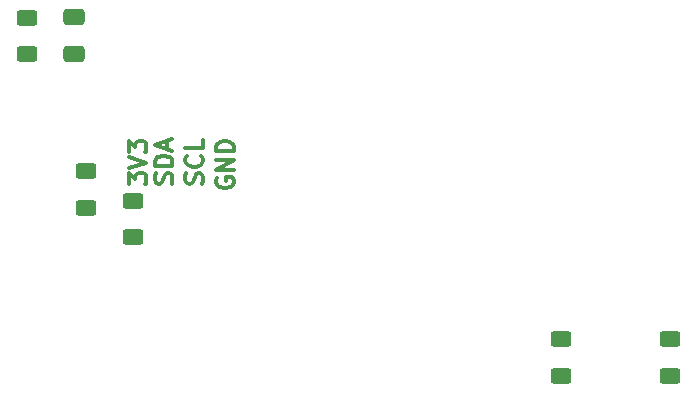
<source format=gbr>
%TF.GenerationSoftware,KiCad,Pcbnew,7.0.1*%
%TF.CreationDate,2023-05-13T00:12:20-05:00*%
%TF.ProjectId,sneksafe,736e616b-6574-4656-9d70-2e6b69636164,rev?*%
%TF.SameCoordinates,Original*%
%TF.FileFunction,Paste,Top*%
%TF.FilePolarity,Positive*%
%FSLAX46Y46*%
G04 Gerber Fmt 4.6, Leading zero omitted, Abs format (unit mm)*
G04 Created by KiCad (PCBNEW 7.0.1) date 2023-05-13 00:12:20*
%MOMM*%
%LPD*%
G01*
G04 APERTURE LIST*
G04 Aperture macros list*
%AMRoundRect*
0 Rectangle with rounded corners*
0 $1 Rounding radius*
0 $2 $3 $4 $5 $6 $7 $8 $9 X,Y pos of 4 corners*
0 Add a 4 corners polygon primitive as box body*
4,1,4,$2,$3,$4,$5,$6,$7,$8,$9,$2,$3,0*
0 Add four circle primitives for the rounded corners*
1,1,$1+$1,$2,$3*
1,1,$1+$1,$4,$5*
1,1,$1+$1,$6,$7*
1,1,$1+$1,$8,$9*
0 Add four rect primitives between the rounded corners*
20,1,$1+$1,$2,$3,$4,$5,0*
20,1,$1+$1,$4,$5,$6,$7,0*
20,1,$1+$1,$6,$7,$8,$9,0*
20,1,$1+$1,$8,$9,$2,$3,0*%
G04 Aperture macros list end*
%ADD10C,0.300000*%
%ADD11RoundRect,0.250000X0.625000X-0.400000X0.625000X0.400000X-0.625000X0.400000X-0.625000X-0.400000X0*%
%ADD12RoundRect,0.250000X-0.625000X0.400000X-0.625000X-0.400000X0.625000X-0.400000X0.625000X0.400000X0*%
%ADD13RoundRect,0.250000X-0.650000X0.412500X-0.650000X-0.412500X0.650000X-0.412500X0.650000X0.412500X0*%
G04 APERTURE END LIST*
D10*
X152345000Y-82514285D02*
X152416428Y-82300000D01*
X152416428Y-82300000D02*
X152416428Y-81942857D01*
X152416428Y-81942857D02*
X152345000Y-81800000D01*
X152345000Y-81800000D02*
X152273571Y-81728571D01*
X152273571Y-81728571D02*
X152130714Y-81657142D01*
X152130714Y-81657142D02*
X151987857Y-81657142D01*
X151987857Y-81657142D02*
X151845000Y-81728571D01*
X151845000Y-81728571D02*
X151773571Y-81800000D01*
X151773571Y-81800000D02*
X151702142Y-81942857D01*
X151702142Y-81942857D02*
X151630714Y-82228571D01*
X151630714Y-82228571D02*
X151559285Y-82371428D01*
X151559285Y-82371428D02*
X151487857Y-82442857D01*
X151487857Y-82442857D02*
X151345000Y-82514285D01*
X151345000Y-82514285D02*
X151202142Y-82514285D01*
X151202142Y-82514285D02*
X151059285Y-82442857D01*
X151059285Y-82442857D02*
X150987857Y-82371428D01*
X150987857Y-82371428D02*
X150916428Y-82228571D01*
X150916428Y-82228571D02*
X150916428Y-81871428D01*
X150916428Y-81871428D02*
X150987857Y-81657142D01*
X152273571Y-80157143D02*
X152345000Y-80228571D01*
X152345000Y-80228571D02*
X152416428Y-80442857D01*
X152416428Y-80442857D02*
X152416428Y-80585714D01*
X152416428Y-80585714D02*
X152345000Y-80800000D01*
X152345000Y-80800000D02*
X152202142Y-80942857D01*
X152202142Y-80942857D02*
X152059285Y-81014286D01*
X152059285Y-81014286D02*
X151773571Y-81085714D01*
X151773571Y-81085714D02*
X151559285Y-81085714D01*
X151559285Y-81085714D02*
X151273571Y-81014286D01*
X151273571Y-81014286D02*
X151130714Y-80942857D01*
X151130714Y-80942857D02*
X150987857Y-80800000D01*
X150987857Y-80800000D02*
X150916428Y-80585714D01*
X150916428Y-80585714D02*
X150916428Y-80442857D01*
X150916428Y-80442857D02*
X150987857Y-80228571D01*
X150987857Y-80228571D02*
X151059285Y-80157143D01*
X152416428Y-78800000D02*
X152416428Y-79514286D01*
X152416428Y-79514286D02*
X150916428Y-79514286D01*
X149745000Y-82514285D02*
X149816428Y-82300000D01*
X149816428Y-82300000D02*
X149816428Y-81942857D01*
X149816428Y-81942857D02*
X149745000Y-81800000D01*
X149745000Y-81800000D02*
X149673571Y-81728571D01*
X149673571Y-81728571D02*
X149530714Y-81657142D01*
X149530714Y-81657142D02*
X149387857Y-81657142D01*
X149387857Y-81657142D02*
X149245000Y-81728571D01*
X149245000Y-81728571D02*
X149173571Y-81800000D01*
X149173571Y-81800000D02*
X149102142Y-81942857D01*
X149102142Y-81942857D02*
X149030714Y-82228571D01*
X149030714Y-82228571D02*
X148959285Y-82371428D01*
X148959285Y-82371428D02*
X148887857Y-82442857D01*
X148887857Y-82442857D02*
X148745000Y-82514285D01*
X148745000Y-82514285D02*
X148602142Y-82514285D01*
X148602142Y-82514285D02*
X148459285Y-82442857D01*
X148459285Y-82442857D02*
X148387857Y-82371428D01*
X148387857Y-82371428D02*
X148316428Y-82228571D01*
X148316428Y-82228571D02*
X148316428Y-81871428D01*
X148316428Y-81871428D02*
X148387857Y-81657142D01*
X149816428Y-81014286D02*
X148316428Y-81014286D01*
X148316428Y-81014286D02*
X148316428Y-80657143D01*
X148316428Y-80657143D02*
X148387857Y-80442857D01*
X148387857Y-80442857D02*
X148530714Y-80300000D01*
X148530714Y-80300000D02*
X148673571Y-80228571D01*
X148673571Y-80228571D02*
X148959285Y-80157143D01*
X148959285Y-80157143D02*
X149173571Y-80157143D01*
X149173571Y-80157143D02*
X149459285Y-80228571D01*
X149459285Y-80228571D02*
X149602142Y-80300000D01*
X149602142Y-80300000D02*
X149745000Y-80442857D01*
X149745000Y-80442857D02*
X149816428Y-80657143D01*
X149816428Y-80657143D02*
X149816428Y-81014286D01*
X149387857Y-79585714D02*
X149387857Y-78871429D01*
X149816428Y-79728571D02*
X148316428Y-79228571D01*
X148316428Y-79228571D02*
X149816428Y-78728571D01*
X146116428Y-82585714D02*
X146116428Y-81657142D01*
X146116428Y-81657142D02*
X146687857Y-82157142D01*
X146687857Y-82157142D02*
X146687857Y-81942857D01*
X146687857Y-81942857D02*
X146759285Y-81800000D01*
X146759285Y-81800000D02*
X146830714Y-81728571D01*
X146830714Y-81728571D02*
X146973571Y-81657142D01*
X146973571Y-81657142D02*
X147330714Y-81657142D01*
X147330714Y-81657142D02*
X147473571Y-81728571D01*
X147473571Y-81728571D02*
X147545000Y-81800000D01*
X147545000Y-81800000D02*
X147616428Y-81942857D01*
X147616428Y-81942857D02*
X147616428Y-82371428D01*
X147616428Y-82371428D02*
X147545000Y-82514285D01*
X147545000Y-82514285D02*
X147473571Y-82585714D01*
X146116428Y-81228571D02*
X147616428Y-80728571D01*
X147616428Y-80728571D02*
X146116428Y-80228571D01*
X146116428Y-79871429D02*
X146116428Y-78942857D01*
X146116428Y-78942857D02*
X146687857Y-79442857D01*
X146687857Y-79442857D02*
X146687857Y-79228572D01*
X146687857Y-79228572D02*
X146759285Y-79085715D01*
X146759285Y-79085715D02*
X146830714Y-79014286D01*
X146830714Y-79014286D02*
X146973571Y-78942857D01*
X146973571Y-78942857D02*
X147330714Y-78942857D01*
X147330714Y-78942857D02*
X147473571Y-79014286D01*
X147473571Y-79014286D02*
X147545000Y-79085715D01*
X147545000Y-79085715D02*
X147616428Y-79228572D01*
X147616428Y-79228572D02*
X147616428Y-79657143D01*
X147616428Y-79657143D02*
X147545000Y-79800000D01*
X147545000Y-79800000D02*
X147473571Y-79871429D01*
X146116428Y-82585714D02*
X146116428Y-81657142D01*
X146116428Y-81657142D02*
X146687857Y-82157142D01*
X146687857Y-82157142D02*
X146687857Y-81942857D01*
X146687857Y-81942857D02*
X146759285Y-81800000D01*
X146759285Y-81800000D02*
X146830714Y-81728571D01*
X146830714Y-81728571D02*
X146973571Y-81657142D01*
X146973571Y-81657142D02*
X147330714Y-81657142D01*
X147330714Y-81657142D02*
X147473571Y-81728571D01*
X147473571Y-81728571D02*
X147545000Y-81800000D01*
X147545000Y-81800000D02*
X147616428Y-81942857D01*
X147616428Y-81942857D02*
X147616428Y-82371428D01*
X147616428Y-82371428D02*
X147545000Y-82514285D01*
X147545000Y-82514285D02*
X147473571Y-82585714D01*
X146116428Y-81228571D02*
X147616428Y-80728571D01*
X147616428Y-80728571D02*
X146116428Y-80228571D01*
X146116428Y-79871429D02*
X146116428Y-78942857D01*
X146116428Y-78942857D02*
X146687857Y-79442857D01*
X146687857Y-79442857D02*
X146687857Y-79228572D01*
X146687857Y-79228572D02*
X146759285Y-79085715D01*
X146759285Y-79085715D02*
X146830714Y-79014286D01*
X146830714Y-79014286D02*
X146973571Y-78942857D01*
X146973571Y-78942857D02*
X147330714Y-78942857D01*
X147330714Y-78942857D02*
X147473571Y-79014286D01*
X147473571Y-79014286D02*
X147545000Y-79085715D01*
X147545000Y-79085715D02*
X147616428Y-79228572D01*
X147616428Y-79228572D02*
X147616428Y-79657143D01*
X147616428Y-79657143D02*
X147545000Y-79800000D01*
X147545000Y-79800000D02*
X147473571Y-79871429D01*
X153587857Y-82057142D02*
X153516428Y-82200000D01*
X153516428Y-82200000D02*
X153516428Y-82414285D01*
X153516428Y-82414285D02*
X153587857Y-82628571D01*
X153587857Y-82628571D02*
X153730714Y-82771428D01*
X153730714Y-82771428D02*
X153873571Y-82842857D01*
X153873571Y-82842857D02*
X154159285Y-82914285D01*
X154159285Y-82914285D02*
X154373571Y-82914285D01*
X154373571Y-82914285D02*
X154659285Y-82842857D01*
X154659285Y-82842857D02*
X154802142Y-82771428D01*
X154802142Y-82771428D02*
X154945000Y-82628571D01*
X154945000Y-82628571D02*
X155016428Y-82414285D01*
X155016428Y-82414285D02*
X155016428Y-82271428D01*
X155016428Y-82271428D02*
X154945000Y-82057142D01*
X154945000Y-82057142D02*
X154873571Y-81985714D01*
X154873571Y-81985714D02*
X154373571Y-81985714D01*
X154373571Y-81985714D02*
X154373571Y-82271428D01*
X155016428Y-81342857D02*
X153516428Y-81342857D01*
X153516428Y-81342857D02*
X155016428Y-80485714D01*
X155016428Y-80485714D02*
X153516428Y-80485714D01*
X155016428Y-79771428D02*
X153516428Y-79771428D01*
X153516428Y-79771428D02*
X153516428Y-79414285D01*
X153516428Y-79414285D02*
X153587857Y-79199999D01*
X153587857Y-79199999D02*
X153730714Y-79057142D01*
X153730714Y-79057142D02*
X153873571Y-78985713D01*
X153873571Y-78985713D02*
X154159285Y-78914285D01*
X154159285Y-78914285D02*
X154373571Y-78914285D01*
X154373571Y-78914285D02*
X154659285Y-78985713D01*
X154659285Y-78985713D02*
X154802142Y-79057142D01*
X154802142Y-79057142D02*
X154945000Y-79199999D01*
X154945000Y-79199999D02*
X155016428Y-79414285D01*
X155016428Y-79414285D02*
X155016428Y-79771428D01*
X152345000Y-82514285D02*
X152416428Y-82300000D01*
X152416428Y-82300000D02*
X152416428Y-81942857D01*
X152416428Y-81942857D02*
X152345000Y-81800000D01*
X152345000Y-81800000D02*
X152273571Y-81728571D01*
X152273571Y-81728571D02*
X152130714Y-81657142D01*
X152130714Y-81657142D02*
X151987857Y-81657142D01*
X151987857Y-81657142D02*
X151845000Y-81728571D01*
X151845000Y-81728571D02*
X151773571Y-81800000D01*
X151773571Y-81800000D02*
X151702142Y-81942857D01*
X151702142Y-81942857D02*
X151630714Y-82228571D01*
X151630714Y-82228571D02*
X151559285Y-82371428D01*
X151559285Y-82371428D02*
X151487857Y-82442857D01*
X151487857Y-82442857D02*
X151345000Y-82514285D01*
X151345000Y-82514285D02*
X151202142Y-82514285D01*
X151202142Y-82514285D02*
X151059285Y-82442857D01*
X151059285Y-82442857D02*
X150987857Y-82371428D01*
X150987857Y-82371428D02*
X150916428Y-82228571D01*
X150916428Y-82228571D02*
X150916428Y-81871428D01*
X150916428Y-81871428D02*
X150987857Y-81657142D01*
X152273571Y-80157143D02*
X152345000Y-80228571D01*
X152345000Y-80228571D02*
X152416428Y-80442857D01*
X152416428Y-80442857D02*
X152416428Y-80585714D01*
X152416428Y-80585714D02*
X152345000Y-80800000D01*
X152345000Y-80800000D02*
X152202142Y-80942857D01*
X152202142Y-80942857D02*
X152059285Y-81014286D01*
X152059285Y-81014286D02*
X151773571Y-81085714D01*
X151773571Y-81085714D02*
X151559285Y-81085714D01*
X151559285Y-81085714D02*
X151273571Y-81014286D01*
X151273571Y-81014286D02*
X151130714Y-80942857D01*
X151130714Y-80942857D02*
X150987857Y-80800000D01*
X150987857Y-80800000D02*
X150916428Y-80585714D01*
X150916428Y-80585714D02*
X150916428Y-80442857D01*
X150916428Y-80442857D02*
X150987857Y-80228571D01*
X150987857Y-80228571D02*
X151059285Y-80157143D01*
X152416428Y-78800000D02*
X152416428Y-79514286D01*
X152416428Y-79514286D02*
X150916428Y-79514286D01*
X149745000Y-82514285D02*
X149816428Y-82300000D01*
X149816428Y-82300000D02*
X149816428Y-81942857D01*
X149816428Y-81942857D02*
X149745000Y-81800000D01*
X149745000Y-81800000D02*
X149673571Y-81728571D01*
X149673571Y-81728571D02*
X149530714Y-81657142D01*
X149530714Y-81657142D02*
X149387857Y-81657142D01*
X149387857Y-81657142D02*
X149245000Y-81728571D01*
X149245000Y-81728571D02*
X149173571Y-81800000D01*
X149173571Y-81800000D02*
X149102142Y-81942857D01*
X149102142Y-81942857D02*
X149030714Y-82228571D01*
X149030714Y-82228571D02*
X148959285Y-82371428D01*
X148959285Y-82371428D02*
X148887857Y-82442857D01*
X148887857Y-82442857D02*
X148745000Y-82514285D01*
X148745000Y-82514285D02*
X148602142Y-82514285D01*
X148602142Y-82514285D02*
X148459285Y-82442857D01*
X148459285Y-82442857D02*
X148387857Y-82371428D01*
X148387857Y-82371428D02*
X148316428Y-82228571D01*
X148316428Y-82228571D02*
X148316428Y-81871428D01*
X148316428Y-81871428D02*
X148387857Y-81657142D01*
X149816428Y-81014286D02*
X148316428Y-81014286D01*
X148316428Y-81014286D02*
X148316428Y-80657143D01*
X148316428Y-80657143D02*
X148387857Y-80442857D01*
X148387857Y-80442857D02*
X148530714Y-80300000D01*
X148530714Y-80300000D02*
X148673571Y-80228571D01*
X148673571Y-80228571D02*
X148959285Y-80157143D01*
X148959285Y-80157143D02*
X149173571Y-80157143D01*
X149173571Y-80157143D02*
X149459285Y-80228571D01*
X149459285Y-80228571D02*
X149602142Y-80300000D01*
X149602142Y-80300000D02*
X149745000Y-80442857D01*
X149745000Y-80442857D02*
X149816428Y-80657143D01*
X149816428Y-80657143D02*
X149816428Y-81014286D01*
X149387857Y-79585714D02*
X149387857Y-78871429D01*
X149816428Y-79728571D02*
X148316428Y-79228571D01*
X148316428Y-79228571D02*
X149816428Y-78728571D01*
X153587857Y-82057142D02*
X153516428Y-82200000D01*
X153516428Y-82200000D02*
X153516428Y-82414285D01*
X153516428Y-82414285D02*
X153587857Y-82628571D01*
X153587857Y-82628571D02*
X153730714Y-82771428D01*
X153730714Y-82771428D02*
X153873571Y-82842857D01*
X153873571Y-82842857D02*
X154159285Y-82914285D01*
X154159285Y-82914285D02*
X154373571Y-82914285D01*
X154373571Y-82914285D02*
X154659285Y-82842857D01*
X154659285Y-82842857D02*
X154802142Y-82771428D01*
X154802142Y-82771428D02*
X154945000Y-82628571D01*
X154945000Y-82628571D02*
X155016428Y-82414285D01*
X155016428Y-82414285D02*
X155016428Y-82271428D01*
X155016428Y-82271428D02*
X154945000Y-82057142D01*
X154945000Y-82057142D02*
X154873571Y-81985714D01*
X154873571Y-81985714D02*
X154373571Y-81985714D01*
X154373571Y-81985714D02*
X154373571Y-82271428D01*
X155016428Y-81342857D02*
X153516428Y-81342857D01*
X153516428Y-81342857D02*
X155016428Y-80485714D01*
X155016428Y-80485714D02*
X153516428Y-80485714D01*
X155016428Y-79771428D02*
X153516428Y-79771428D01*
X153516428Y-79771428D02*
X153516428Y-79414285D01*
X153516428Y-79414285D02*
X153587857Y-79199999D01*
X153587857Y-79199999D02*
X153730714Y-79057142D01*
X153730714Y-79057142D02*
X153873571Y-78985713D01*
X153873571Y-78985713D02*
X154159285Y-78914285D01*
X154159285Y-78914285D02*
X154373571Y-78914285D01*
X154373571Y-78914285D02*
X154659285Y-78985713D01*
X154659285Y-78985713D02*
X154802142Y-79057142D01*
X154802142Y-79057142D02*
X154945000Y-79199999D01*
X154945000Y-79199999D02*
X155016428Y-79414285D01*
X155016428Y-79414285D02*
X155016428Y-79771428D01*
D11*
%TO.C,R1*%
X142500000Y-81450000D03*
X142500000Y-84550000D03*
%TD*%
%TO.C,R2*%
X146500000Y-83950000D03*
X146500000Y-87050000D03*
%TD*%
D12*
%TO.C,R3*%
X137500000Y-71580000D03*
X137500000Y-68480000D03*
%TD*%
%TO.C,R6*%
X191938500Y-98800000D03*
X191938500Y-95700000D03*
%TD*%
%TO.C,R5*%
X182688500Y-98800000D03*
X182688500Y-95700000D03*
%TD*%
D13*
%TO.C,C1*%
X141500000Y-71562500D03*
X141500000Y-68437500D03*
%TD*%
M02*

</source>
